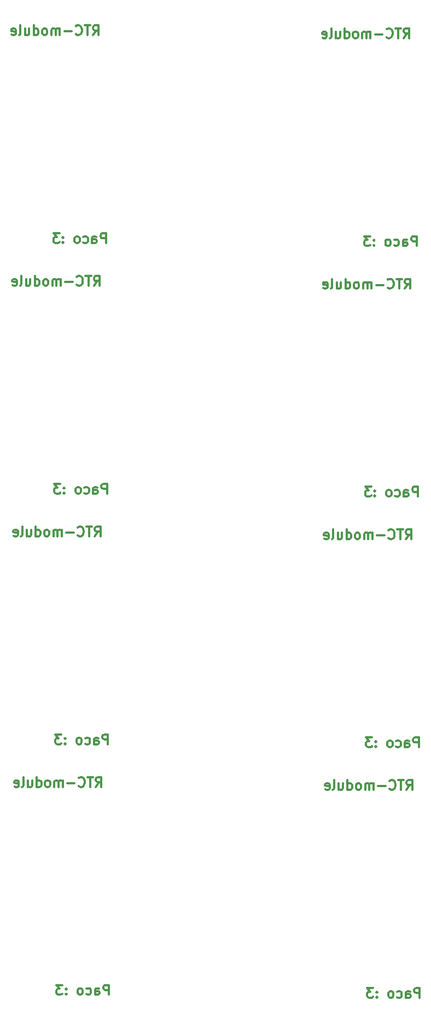
<source format=gbr>
%TF.GenerationSoftware,KiCad,Pcbnew,8.0.5*%
%TF.CreationDate,2024-12-11T00:22:58+01:00*%
%TF.ProjectId,rtc-module-kicad,7274632d-6d6f-4647-956c-652d6b696361,rev?*%
%TF.SameCoordinates,Original*%
%TF.FileFunction,Legend,Bot*%
%TF.FilePolarity,Positive*%
%FSLAX46Y46*%
G04 Gerber Fmt 4.6, Leading zero omitted, Abs format (unit mm)*
G04 Created by KiCad (PCBNEW 8.0.5) date 2024-12-11 00:22:58*
%MOMM*%
%LPD*%
G01*
G04 APERTURE LIST*
%ADD10C,0.300000*%
G04 APERTURE END LIST*
D10*
X148753146Y-32820828D02*
X149253146Y-32106542D01*
X149610289Y-32820828D02*
X149610289Y-31320828D01*
X149610289Y-31320828D02*
X149038860Y-31320828D01*
X149038860Y-31320828D02*
X148896003Y-31392257D01*
X148896003Y-31392257D02*
X148824574Y-31463685D01*
X148824574Y-31463685D02*
X148753146Y-31606542D01*
X148753146Y-31606542D02*
X148753146Y-31820828D01*
X148753146Y-31820828D02*
X148824574Y-31963685D01*
X148824574Y-31963685D02*
X148896003Y-32035114D01*
X148896003Y-32035114D02*
X149038860Y-32106542D01*
X149038860Y-32106542D02*
X149610289Y-32106542D01*
X148324574Y-31320828D02*
X147467432Y-31320828D01*
X147896003Y-32820828D02*
X147896003Y-31320828D01*
X146110289Y-32677971D02*
X146181717Y-32749400D01*
X146181717Y-32749400D02*
X146396003Y-32820828D01*
X146396003Y-32820828D02*
X146538860Y-32820828D01*
X146538860Y-32820828D02*
X146753146Y-32749400D01*
X146753146Y-32749400D02*
X146896003Y-32606542D01*
X146896003Y-32606542D02*
X146967432Y-32463685D01*
X146967432Y-32463685D02*
X147038860Y-32177971D01*
X147038860Y-32177971D02*
X147038860Y-31963685D01*
X147038860Y-31963685D02*
X146967432Y-31677971D01*
X146967432Y-31677971D02*
X146896003Y-31535114D01*
X146896003Y-31535114D02*
X146753146Y-31392257D01*
X146753146Y-31392257D02*
X146538860Y-31320828D01*
X146538860Y-31320828D02*
X146396003Y-31320828D01*
X146396003Y-31320828D02*
X146181717Y-31392257D01*
X146181717Y-31392257D02*
X146110289Y-31463685D01*
X145467432Y-32249400D02*
X144324575Y-32249400D01*
X143610289Y-32820828D02*
X143610289Y-31820828D01*
X143610289Y-31963685D02*
X143538860Y-31892257D01*
X143538860Y-31892257D02*
X143396003Y-31820828D01*
X143396003Y-31820828D02*
X143181717Y-31820828D01*
X143181717Y-31820828D02*
X143038860Y-31892257D01*
X143038860Y-31892257D02*
X142967432Y-32035114D01*
X142967432Y-32035114D02*
X142967432Y-32820828D01*
X142967432Y-32035114D02*
X142896003Y-31892257D01*
X142896003Y-31892257D02*
X142753146Y-31820828D01*
X142753146Y-31820828D02*
X142538860Y-31820828D01*
X142538860Y-31820828D02*
X142396003Y-31892257D01*
X142396003Y-31892257D02*
X142324574Y-32035114D01*
X142324574Y-32035114D02*
X142324574Y-32820828D01*
X141396003Y-32820828D02*
X141538860Y-32749400D01*
X141538860Y-32749400D02*
X141610289Y-32677971D01*
X141610289Y-32677971D02*
X141681717Y-32535114D01*
X141681717Y-32535114D02*
X141681717Y-32106542D01*
X141681717Y-32106542D02*
X141610289Y-31963685D01*
X141610289Y-31963685D02*
X141538860Y-31892257D01*
X141538860Y-31892257D02*
X141396003Y-31820828D01*
X141396003Y-31820828D02*
X141181717Y-31820828D01*
X141181717Y-31820828D02*
X141038860Y-31892257D01*
X141038860Y-31892257D02*
X140967432Y-31963685D01*
X140967432Y-31963685D02*
X140896003Y-32106542D01*
X140896003Y-32106542D02*
X140896003Y-32535114D01*
X140896003Y-32535114D02*
X140967432Y-32677971D01*
X140967432Y-32677971D02*
X141038860Y-32749400D01*
X141038860Y-32749400D02*
X141181717Y-32820828D01*
X141181717Y-32820828D02*
X141396003Y-32820828D01*
X139610289Y-32820828D02*
X139610289Y-31320828D01*
X139610289Y-32749400D02*
X139753146Y-32820828D01*
X139753146Y-32820828D02*
X140038860Y-32820828D01*
X140038860Y-32820828D02*
X140181717Y-32749400D01*
X140181717Y-32749400D02*
X140253146Y-32677971D01*
X140253146Y-32677971D02*
X140324574Y-32535114D01*
X140324574Y-32535114D02*
X140324574Y-32106542D01*
X140324574Y-32106542D02*
X140253146Y-31963685D01*
X140253146Y-31963685D02*
X140181717Y-31892257D01*
X140181717Y-31892257D02*
X140038860Y-31820828D01*
X140038860Y-31820828D02*
X139753146Y-31820828D01*
X139753146Y-31820828D02*
X139610289Y-31892257D01*
X138253146Y-31820828D02*
X138253146Y-32820828D01*
X138896003Y-31820828D02*
X138896003Y-32606542D01*
X138896003Y-32606542D02*
X138824574Y-32749400D01*
X138824574Y-32749400D02*
X138681717Y-32820828D01*
X138681717Y-32820828D02*
X138467431Y-32820828D01*
X138467431Y-32820828D02*
X138324574Y-32749400D01*
X138324574Y-32749400D02*
X138253146Y-32677971D01*
X137324574Y-32820828D02*
X137467431Y-32749400D01*
X137467431Y-32749400D02*
X137538860Y-32606542D01*
X137538860Y-32606542D02*
X137538860Y-31320828D01*
X136181717Y-32749400D02*
X136324574Y-32820828D01*
X136324574Y-32820828D02*
X136610289Y-32820828D01*
X136610289Y-32820828D02*
X136753146Y-32749400D01*
X136753146Y-32749400D02*
X136824574Y-32606542D01*
X136824574Y-32606542D02*
X136824574Y-32035114D01*
X136824574Y-32035114D02*
X136753146Y-31892257D01*
X136753146Y-31892257D02*
X136610289Y-31820828D01*
X136610289Y-31820828D02*
X136324574Y-31820828D01*
X136324574Y-31820828D02*
X136181717Y-31892257D01*
X136181717Y-31892257D02*
X136110289Y-32035114D01*
X136110289Y-32035114D02*
X136110289Y-32177971D01*
X136110289Y-32177971D02*
X136824574Y-32320828D01*
X102671089Y-64520028D02*
X102671089Y-63020028D01*
X102671089Y-63020028D02*
X102099660Y-63020028D01*
X102099660Y-63020028D02*
X101956803Y-63091457D01*
X101956803Y-63091457D02*
X101885374Y-63162885D01*
X101885374Y-63162885D02*
X101813946Y-63305742D01*
X101813946Y-63305742D02*
X101813946Y-63520028D01*
X101813946Y-63520028D02*
X101885374Y-63662885D01*
X101885374Y-63662885D02*
X101956803Y-63734314D01*
X101956803Y-63734314D02*
X102099660Y-63805742D01*
X102099660Y-63805742D02*
X102671089Y-63805742D01*
X100528232Y-64520028D02*
X100528232Y-63734314D01*
X100528232Y-63734314D02*
X100599660Y-63591457D01*
X100599660Y-63591457D02*
X100742517Y-63520028D01*
X100742517Y-63520028D02*
X101028232Y-63520028D01*
X101028232Y-63520028D02*
X101171089Y-63591457D01*
X100528232Y-64448600D02*
X100671089Y-64520028D01*
X100671089Y-64520028D02*
X101028232Y-64520028D01*
X101028232Y-64520028D02*
X101171089Y-64448600D01*
X101171089Y-64448600D02*
X101242517Y-64305742D01*
X101242517Y-64305742D02*
X101242517Y-64162885D01*
X101242517Y-64162885D02*
X101171089Y-64020028D01*
X101171089Y-64020028D02*
X101028232Y-63948600D01*
X101028232Y-63948600D02*
X100671089Y-63948600D01*
X100671089Y-63948600D02*
X100528232Y-63877171D01*
X99171089Y-64448600D02*
X99313946Y-64520028D01*
X99313946Y-64520028D02*
X99599660Y-64520028D01*
X99599660Y-64520028D02*
X99742517Y-64448600D01*
X99742517Y-64448600D02*
X99813946Y-64377171D01*
X99813946Y-64377171D02*
X99885374Y-64234314D01*
X99885374Y-64234314D02*
X99885374Y-63805742D01*
X99885374Y-63805742D02*
X99813946Y-63662885D01*
X99813946Y-63662885D02*
X99742517Y-63591457D01*
X99742517Y-63591457D02*
X99599660Y-63520028D01*
X99599660Y-63520028D02*
X99313946Y-63520028D01*
X99313946Y-63520028D02*
X99171089Y-63591457D01*
X98313946Y-64520028D02*
X98456803Y-64448600D01*
X98456803Y-64448600D02*
X98528232Y-64377171D01*
X98528232Y-64377171D02*
X98599660Y-64234314D01*
X98599660Y-64234314D02*
X98599660Y-63805742D01*
X98599660Y-63805742D02*
X98528232Y-63662885D01*
X98528232Y-63662885D02*
X98456803Y-63591457D01*
X98456803Y-63591457D02*
X98313946Y-63520028D01*
X98313946Y-63520028D02*
X98099660Y-63520028D01*
X98099660Y-63520028D02*
X97956803Y-63591457D01*
X97956803Y-63591457D02*
X97885375Y-63662885D01*
X97885375Y-63662885D02*
X97813946Y-63805742D01*
X97813946Y-63805742D02*
X97813946Y-64234314D01*
X97813946Y-64234314D02*
X97885375Y-64377171D01*
X97885375Y-64377171D02*
X97956803Y-64448600D01*
X97956803Y-64448600D02*
X98099660Y-64520028D01*
X98099660Y-64520028D02*
X98313946Y-64520028D01*
X96028232Y-64377171D02*
X95956803Y-64448600D01*
X95956803Y-64448600D02*
X96028232Y-64520028D01*
X96028232Y-64520028D02*
X96099660Y-64448600D01*
X96099660Y-64448600D02*
X96028232Y-64377171D01*
X96028232Y-64377171D02*
X96028232Y-64520028D01*
X96028232Y-63591457D02*
X95956803Y-63662885D01*
X95956803Y-63662885D02*
X96028232Y-63734314D01*
X96028232Y-63734314D02*
X96099660Y-63662885D01*
X96099660Y-63662885D02*
X96028232Y-63591457D01*
X96028232Y-63591457D02*
X96028232Y-63734314D01*
X95456803Y-63020028D02*
X94528231Y-63020028D01*
X94528231Y-63020028D02*
X95028231Y-63591457D01*
X95028231Y-63591457D02*
X94813946Y-63591457D01*
X94813946Y-63591457D02*
X94671089Y-63662885D01*
X94671089Y-63662885D02*
X94599660Y-63734314D01*
X94599660Y-63734314D02*
X94528231Y-63877171D01*
X94528231Y-63877171D02*
X94528231Y-64234314D01*
X94528231Y-64234314D02*
X94599660Y-64377171D01*
X94599660Y-64377171D02*
X94671089Y-64448600D01*
X94671089Y-64448600D02*
X94813946Y-64520028D01*
X94813946Y-64520028D02*
X95242517Y-64520028D01*
X95242517Y-64520028D02*
X95385374Y-64448600D01*
X95385374Y-64448600D02*
X95456803Y-64377171D01*
X148905546Y-71581228D02*
X149405546Y-70866942D01*
X149762689Y-71581228D02*
X149762689Y-70081228D01*
X149762689Y-70081228D02*
X149191260Y-70081228D01*
X149191260Y-70081228D02*
X149048403Y-70152657D01*
X149048403Y-70152657D02*
X148976974Y-70224085D01*
X148976974Y-70224085D02*
X148905546Y-70366942D01*
X148905546Y-70366942D02*
X148905546Y-70581228D01*
X148905546Y-70581228D02*
X148976974Y-70724085D01*
X148976974Y-70724085D02*
X149048403Y-70795514D01*
X149048403Y-70795514D02*
X149191260Y-70866942D01*
X149191260Y-70866942D02*
X149762689Y-70866942D01*
X148476974Y-70081228D02*
X147619832Y-70081228D01*
X148048403Y-71581228D02*
X148048403Y-70081228D01*
X146262689Y-71438371D02*
X146334117Y-71509800D01*
X146334117Y-71509800D02*
X146548403Y-71581228D01*
X146548403Y-71581228D02*
X146691260Y-71581228D01*
X146691260Y-71581228D02*
X146905546Y-71509800D01*
X146905546Y-71509800D02*
X147048403Y-71366942D01*
X147048403Y-71366942D02*
X147119832Y-71224085D01*
X147119832Y-71224085D02*
X147191260Y-70938371D01*
X147191260Y-70938371D02*
X147191260Y-70724085D01*
X147191260Y-70724085D02*
X147119832Y-70438371D01*
X147119832Y-70438371D02*
X147048403Y-70295514D01*
X147048403Y-70295514D02*
X146905546Y-70152657D01*
X146905546Y-70152657D02*
X146691260Y-70081228D01*
X146691260Y-70081228D02*
X146548403Y-70081228D01*
X146548403Y-70081228D02*
X146334117Y-70152657D01*
X146334117Y-70152657D02*
X146262689Y-70224085D01*
X145619832Y-71009800D02*
X144476975Y-71009800D01*
X143762689Y-71581228D02*
X143762689Y-70581228D01*
X143762689Y-70724085D02*
X143691260Y-70652657D01*
X143691260Y-70652657D02*
X143548403Y-70581228D01*
X143548403Y-70581228D02*
X143334117Y-70581228D01*
X143334117Y-70581228D02*
X143191260Y-70652657D01*
X143191260Y-70652657D02*
X143119832Y-70795514D01*
X143119832Y-70795514D02*
X143119832Y-71581228D01*
X143119832Y-70795514D02*
X143048403Y-70652657D01*
X143048403Y-70652657D02*
X142905546Y-70581228D01*
X142905546Y-70581228D02*
X142691260Y-70581228D01*
X142691260Y-70581228D02*
X142548403Y-70652657D01*
X142548403Y-70652657D02*
X142476974Y-70795514D01*
X142476974Y-70795514D02*
X142476974Y-71581228D01*
X141548403Y-71581228D02*
X141691260Y-71509800D01*
X141691260Y-71509800D02*
X141762689Y-71438371D01*
X141762689Y-71438371D02*
X141834117Y-71295514D01*
X141834117Y-71295514D02*
X141834117Y-70866942D01*
X141834117Y-70866942D02*
X141762689Y-70724085D01*
X141762689Y-70724085D02*
X141691260Y-70652657D01*
X141691260Y-70652657D02*
X141548403Y-70581228D01*
X141548403Y-70581228D02*
X141334117Y-70581228D01*
X141334117Y-70581228D02*
X141191260Y-70652657D01*
X141191260Y-70652657D02*
X141119832Y-70724085D01*
X141119832Y-70724085D02*
X141048403Y-70866942D01*
X141048403Y-70866942D02*
X141048403Y-71295514D01*
X141048403Y-71295514D02*
X141119832Y-71438371D01*
X141119832Y-71438371D02*
X141191260Y-71509800D01*
X141191260Y-71509800D02*
X141334117Y-71581228D01*
X141334117Y-71581228D02*
X141548403Y-71581228D01*
X139762689Y-71581228D02*
X139762689Y-70081228D01*
X139762689Y-71509800D02*
X139905546Y-71581228D01*
X139905546Y-71581228D02*
X140191260Y-71581228D01*
X140191260Y-71581228D02*
X140334117Y-71509800D01*
X140334117Y-71509800D02*
X140405546Y-71438371D01*
X140405546Y-71438371D02*
X140476974Y-71295514D01*
X140476974Y-71295514D02*
X140476974Y-70866942D01*
X140476974Y-70866942D02*
X140405546Y-70724085D01*
X140405546Y-70724085D02*
X140334117Y-70652657D01*
X140334117Y-70652657D02*
X140191260Y-70581228D01*
X140191260Y-70581228D02*
X139905546Y-70581228D01*
X139905546Y-70581228D02*
X139762689Y-70652657D01*
X138405546Y-70581228D02*
X138405546Y-71581228D01*
X139048403Y-70581228D02*
X139048403Y-71366942D01*
X139048403Y-71366942D02*
X138976974Y-71509800D01*
X138976974Y-71509800D02*
X138834117Y-71581228D01*
X138834117Y-71581228D02*
X138619831Y-71581228D01*
X138619831Y-71581228D02*
X138476974Y-71509800D01*
X138476974Y-71509800D02*
X138405546Y-71438371D01*
X137476974Y-71581228D02*
X137619831Y-71509800D01*
X137619831Y-71509800D02*
X137691260Y-71366942D01*
X137691260Y-71366942D02*
X137691260Y-70081228D01*
X136334117Y-71509800D02*
X136476974Y-71581228D01*
X136476974Y-71581228D02*
X136762689Y-71581228D01*
X136762689Y-71581228D02*
X136905546Y-71509800D01*
X136905546Y-71509800D02*
X136976974Y-71366942D01*
X136976974Y-71366942D02*
X136976974Y-70795514D01*
X136976974Y-70795514D02*
X136905546Y-70652657D01*
X136905546Y-70652657D02*
X136762689Y-70581228D01*
X136762689Y-70581228D02*
X136476974Y-70581228D01*
X136476974Y-70581228D02*
X136334117Y-70652657D01*
X136334117Y-70652657D02*
X136262689Y-70795514D01*
X136262689Y-70795514D02*
X136262689Y-70938371D01*
X136262689Y-70938371D02*
X136976974Y-71081228D01*
X150931089Y-103737628D02*
X150931089Y-102237628D01*
X150931089Y-102237628D02*
X150359660Y-102237628D01*
X150359660Y-102237628D02*
X150216803Y-102309057D01*
X150216803Y-102309057D02*
X150145374Y-102380485D01*
X150145374Y-102380485D02*
X150073946Y-102523342D01*
X150073946Y-102523342D02*
X150073946Y-102737628D01*
X150073946Y-102737628D02*
X150145374Y-102880485D01*
X150145374Y-102880485D02*
X150216803Y-102951914D01*
X150216803Y-102951914D02*
X150359660Y-103023342D01*
X150359660Y-103023342D02*
X150931089Y-103023342D01*
X148788232Y-103737628D02*
X148788232Y-102951914D01*
X148788232Y-102951914D02*
X148859660Y-102809057D01*
X148859660Y-102809057D02*
X149002517Y-102737628D01*
X149002517Y-102737628D02*
X149288232Y-102737628D01*
X149288232Y-102737628D02*
X149431089Y-102809057D01*
X148788232Y-103666200D02*
X148931089Y-103737628D01*
X148931089Y-103737628D02*
X149288232Y-103737628D01*
X149288232Y-103737628D02*
X149431089Y-103666200D01*
X149431089Y-103666200D02*
X149502517Y-103523342D01*
X149502517Y-103523342D02*
X149502517Y-103380485D01*
X149502517Y-103380485D02*
X149431089Y-103237628D01*
X149431089Y-103237628D02*
X149288232Y-103166200D01*
X149288232Y-103166200D02*
X148931089Y-103166200D01*
X148931089Y-103166200D02*
X148788232Y-103094771D01*
X147431089Y-103666200D02*
X147573946Y-103737628D01*
X147573946Y-103737628D02*
X147859660Y-103737628D01*
X147859660Y-103737628D02*
X148002517Y-103666200D01*
X148002517Y-103666200D02*
X148073946Y-103594771D01*
X148073946Y-103594771D02*
X148145374Y-103451914D01*
X148145374Y-103451914D02*
X148145374Y-103023342D01*
X148145374Y-103023342D02*
X148073946Y-102880485D01*
X148073946Y-102880485D02*
X148002517Y-102809057D01*
X148002517Y-102809057D02*
X147859660Y-102737628D01*
X147859660Y-102737628D02*
X147573946Y-102737628D01*
X147573946Y-102737628D02*
X147431089Y-102809057D01*
X146573946Y-103737628D02*
X146716803Y-103666200D01*
X146716803Y-103666200D02*
X146788232Y-103594771D01*
X146788232Y-103594771D02*
X146859660Y-103451914D01*
X146859660Y-103451914D02*
X146859660Y-103023342D01*
X146859660Y-103023342D02*
X146788232Y-102880485D01*
X146788232Y-102880485D02*
X146716803Y-102809057D01*
X146716803Y-102809057D02*
X146573946Y-102737628D01*
X146573946Y-102737628D02*
X146359660Y-102737628D01*
X146359660Y-102737628D02*
X146216803Y-102809057D01*
X146216803Y-102809057D02*
X146145375Y-102880485D01*
X146145375Y-102880485D02*
X146073946Y-103023342D01*
X146073946Y-103023342D02*
X146073946Y-103451914D01*
X146073946Y-103451914D02*
X146145375Y-103594771D01*
X146145375Y-103594771D02*
X146216803Y-103666200D01*
X146216803Y-103666200D02*
X146359660Y-103737628D01*
X146359660Y-103737628D02*
X146573946Y-103737628D01*
X144288232Y-103594771D02*
X144216803Y-103666200D01*
X144216803Y-103666200D02*
X144288232Y-103737628D01*
X144288232Y-103737628D02*
X144359660Y-103666200D01*
X144359660Y-103666200D02*
X144288232Y-103594771D01*
X144288232Y-103594771D02*
X144288232Y-103737628D01*
X144288232Y-102809057D02*
X144216803Y-102880485D01*
X144216803Y-102880485D02*
X144288232Y-102951914D01*
X144288232Y-102951914D02*
X144359660Y-102880485D01*
X144359660Y-102880485D02*
X144288232Y-102809057D01*
X144288232Y-102809057D02*
X144288232Y-102951914D01*
X143716803Y-102237628D02*
X142788231Y-102237628D01*
X142788231Y-102237628D02*
X143288231Y-102809057D01*
X143288231Y-102809057D02*
X143073946Y-102809057D01*
X143073946Y-102809057D02*
X142931089Y-102880485D01*
X142931089Y-102880485D02*
X142859660Y-102951914D01*
X142859660Y-102951914D02*
X142788231Y-103094771D01*
X142788231Y-103094771D02*
X142788231Y-103451914D01*
X142788231Y-103451914D02*
X142859660Y-103594771D01*
X142859660Y-103594771D02*
X142931089Y-103666200D01*
X142931089Y-103666200D02*
X143073946Y-103737628D01*
X143073946Y-103737628D02*
X143502517Y-103737628D01*
X143502517Y-103737628D02*
X143645374Y-103666200D01*
X143645374Y-103666200D02*
X143716803Y-103594771D01*
X100645546Y-32363628D02*
X101145546Y-31649342D01*
X101502689Y-32363628D02*
X101502689Y-30863628D01*
X101502689Y-30863628D02*
X100931260Y-30863628D01*
X100931260Y-30863628D02*
X100788403Y-30935057D01*
X100788403Y-30935057D02*
X100716974Y-31006485D01*
X100716974Y-31006485D02*
X100645546Y-31149342D01*
X100645546Y-31149342D02*
X100645546Y-31363628D01*
X100645546Y-31363628D02*
X100716974Y-31506485D01*
X100716974Y-31506485D02*
X100788403Y-31577914D01*
X100788403Y-31577914D02*
X100931260Y-31649342D01*
X100931260Y-31649342D02*
X101502689Y-31649342D01*
X100216974Y-30863628D02*
X99359832Y-30863628D01*
X99788403Y-32363628D02*
X99788403Y-30863628D01*
X98002689Y-32220771D02*
X98074117Y-32292200D01*
X98074117Y-32292200D02*
X98288403Y-32363628D01*
X98288403Y-32363628D02*
X98431260Y-32363628D01*
X98431260Y-32363628D02*
X98645546Y-32292200D01*
X98645546Y-32292200D02*
X98788403Y-32149342D01*
X98788403Y-32149342D02*
X98859832Y-32006485D01*
X98859832Y-32006485D02*
X98931260Y-31720771D01*
X98931260Y-31720771D02*
X98931260Y-31506485D01*
X98931260Y-31506485D02*
X98859832Y-31220771D01*
X98859832Y-31220771D02*
X98788403Y-31077914D01*
X98788403Y-31077914D02*
X98645546Y-30935057D01*
X98645546Y-30935057D02*
X98431260Y-30863628D01*
X98431260Y-30863628D02*
X98288403Y-30863628D01*
X98288403Y-30863628D02*
X98074117Y-30935057D01*
X98074117Y-30935057D02*
X98002689Y-31006485D01*
X97359832Y-31792200D02*
X96216975Y-31792200D01*
X95502689Y-32363628D02*
X95502689Y-31363628D01*
X95502689Y-31506485D02*
X95431260Y-31435057D01*
X95431260Y-31435057D02*
X95288403Y-31363628D01*
X95288403Y-31363628D02*
X95074117Y-31363628D01*
X95074117Y-31363628D02*
X94931260Y-31435057D01*
X94931260Y-31435057D02*
X94859832Y-31577914D01*
X94859832Y-31577914D02*
X94859832Y-32363628D01*
X94859832Y-31577914D02*
X94788403Y-31435057D01*
X94788403Y-31435057D02*
X94645546Y-31363628D01*
X94645546Y-31363628D02*
X94431260Y-31363628D01*
X94431260Y-31363628D02*
X94288403Y-31435057D01*
X94288403Y-31435057D02*
X94216974Y-31577914D01*
X94216974Y-31577914D02*
X94216974Y-32363628D01*
X93288403Y-32363628D02*
X93431260Y-32292200D01*
X93431260Y-32292200D02*
X93502689Y-32220771D01*
X93502689Y-32220771D02*
X93574117Y-32077914D01*
X93574117Y-32077914D02*
X93574117Y-31649342D01*
X93574117Y-31649342D02*
X93502689Y-31506485D01*
X93502689Y-31506485D02*
X93431260Y-31435057D01*
X93431260Y-31435057D02*
X93288403Y-31363628D01*
X93288403Y-31363628D02*
X93074117Y-31363628D01*
X93074117Y-31363628D02*
X92931260Y-31435057D01*
X92931260Y-31435057D02*
X92859832Y-31506485D01*
X92859832Y-31506485D02*
X92788403Y-31649342D01*
X92788403Y-31649342D02*
X92788403Y-32077914D01*
X92788403Y-32077914D02*
X92859832Y-32220771D01*
X92859832Y-32220771D02*
X92931260Y-32292200D01*
X92931260Y-32292200D02*
X93074117Y-32363628D01*
X93074117Y-32363628D02*
X93288403Y-32363628D01*
X91502689Y-32363628D02*
X91502689Y-30863628D01*
X91502689Y-32292200D02*
X91645546Y-32363628D01*
X91645546Y-32363628D02*
X91931260Y-32363628D01*
X91931260Y-32363628D02*
X92074117Y-32292200D01*
X92074117Y-32292200D02*
X92145546Y-32220771D01*
X92145546Y-32220771D02*
X92216974Y-32077914D01*
X92216974Y-32077914D02*
X92216974Y-31649342D01*
X92216974Y-31649342D02*
X92145546Y-31506485D01*
X92145546Y-31506485D02*
X92074117Y-31435057D01*
X92074117Y-31435057D02*
X91931260Y-31363628D01*
X91931260Y-31363628D02*
X91645546Y-31363628D01*
X91645546Y-31363628D02*
X91502689Y-31435057D01*
X90145546Y-31363628D02*
X90145546Y-32363628D01*
X90788403Y-31363628D02*
X90788403Y-32149342D01*
X90788403Y-32149342D02*
X90716974Y-32292200D01*
X90716974Y-32292200D02*
X90574117Y-32363628D01*
X90574117Y-32363628D02*
X90359831Y-32363628D01*
X90359831Y-32363628D02*
X90216974Y-32292200D01*
X90216974Y-32292200D02*
X90145546Y-32220771D01*
X89216974Y-32363628D02*
X89359831Y-32292200D01*
X89359831Y-32292200D02*
X89431260Y-32149342D01*
X89431260Y-32149342D02*
X89431260Y-30863628D01*
X88074117Y-32292200D02*
X88216974Y-32363628D01*
X88216974Y-32363628D02*
X88502689Y-32363628D01*
X88502689Y-32363628D02*
X88645546Y-32292200D01*
X88645546Y-32292200D02*
X88716974Y-32149342D01*
X88716974Y-32149342D02*
X88716974Y-31577914D01*
X88716974Y-31577914D02*
X88645546Y-31435057D01*
X88645546Y-31435057D02*
X88502689Y-31363628D01*
X88502689Y-31363628D02*
X88216974Y-31363628D01*
X88216974Y-31363628D02*
X88074117Y-31435057D01*
X88074117Y-31435057D02*
X88002689Y-31577914D01*
X88002689Y-31577914D02*
X88002689Y-31720771D01*
X88002689Y-31720771D02*
X88716974Y-31863628D01*
X150778689Y-64977228D02*
X150778689Y-63477228D01*
X150778689Y-63477228D02*
X150207260Y-63477228D01*
X150207260Y-63477228D02*
X150064403Y-63548657D01*
X150064403Y-63548657D02*
X149992974Y-63620085D01*
X149992974Y-63620085D02*
X149921546Y-63762942D01*
X149921546Y-63762942D02*
X149921546Y-63977228D01*
X149921546Y-63977228D02*
X149992974Y-64120085D01*
X149992974Y-64120085D02*
X150064403Y-64191514D01*
X150064403Y-64191514D02*
X150207260Y-64262942D01*
X150207260Y-64262942D02*
X150778689Y-64262942D01*
X148635832Y-64977228D02*
X148635832Y-64191514D01*
X148635832Y-64191514D02*
X148707260Y-64048657D01*
X148707260Y-64048657D02*
X148850117Y-63977228D01*
X148850117Y-63977228D02*
X149135832Y-63977228D01*
X149135832Y-63977228D02*
X149278689Y-64048657D01*
X148635832Y-64905800D02*
X148778689Y-64977228D01*
X148778689Y-64977228D02*
X149135832Y-64977228D01*
X149135832Y-64977228D02*
X149278689Y-64905800D01*
X149278689Y-64905800D02*
X149350117Y-64762942D01*
X149350117Y-64762942D02*
X149350117Y-64620085D01*
X149350117Y-64620085D02*
X149278689Y-64477228D01*
X149278689Y-64477228D02*
X149135832Y-64405800D01*
X149135832Y-64405800D02*
X148778689Y-64405800D01*
X148778689Y-64405800D02*
X148635832Y-64334371D01*
X147278689Y-64905800D02*
X147421546Y-64977228D01*
X147421546Y-64977228D02*
X147707260Y-64977228D01*
X147707260Y-64977228D02*
X147850117Y-64905800D01*
X147850117Y-64905800D02*
X147921546Y-64834371D01*
X147921546Y-64834371D02*
X147992974Y-64691514D01*
X147992974Y-64691514D02*
X147992974Y-64262942D01*
X147992974Y-64262942D02*
X147921546Y-64120085D01*
X147921546Y-64120085D02*
X147850117Y-64048657D01*
X147850117Y-64048657D02*
X147707260Y-63977228D01*
X147707260Y-63977228D02*
X147421546Y-63977228D01*
X147421546Y-63977228D02*
X147278689Y-64048657D01*
X146421546Y-64977228D02*
X146564403Y-64905800D01*
X146564403Y-64905800D02*
X146635832Y-64834371D01*
X146635832Y-64834371D02*
X146707260Y-64691514D01*
X146707260Y-64691514D02*
X146707260Y-64262942D01*
X146707260Y-64262942D02*
X146635832Y-64120085D01*
X146635832Y-64120085D02*
X146564403Y-64048657D01*
X146564403Y-64048657D02*
X146421546Y-63977228D01*
X146421546Y-63977228D02*
X146207260Y-63977228D01*
X146207260Y-63977228D02*
X146064403Y-64048657D01*
X146064403Y-64048657D02*
X145992975Y-64120085D01*
X145992975Y-64120085D02*
X145921546Y-64262942D01*
X145921546Y-64262942D02*
X145921546Y-64691514D01*
X145921546Y-64691514D02*
X145992975Y-64834371D01*
X145992975Y-64834371D02*
X146064403Y-64905800D01*
X146064403Y-64905800D02*
X146207260Y-64977228D01*
X146207260Y-64977228D02*
X146421546Y-64977228D01*
X144135832Y-64834371D02*
X144064403Y-64905800D01*
X144064403Y-64905800D02*
X144135832Y-64977228D01*
X144135832Y-64977228D02*
X144207260Y-64905800D01*
X144207260Y-64905800D02*
X144135832Y-64834371D01*
X144135832Y-64834371D02*
X144135832Y-64977228D01*
X144135832Y-64048657D02*
X144064403Y-64120085D01*
X144064403Y-64120085D02*
X144135832Y-64191514D01*
X144135832Y-64191514D02*
X144207260Y-64120085D01*
X144207260Y-64120085D02*
X144135832Y-64048657D01*
X144135832Y-64048657D02*
X144135832Y-64191514D01*
X143564403Y-63477228D02*
X142635831Y-63477228D01*
X142635831Y-63477228D02*
X143135831Y-64048657D01*
X143135831Y-64048657D02*
X142921546Y-64048657D01*
X142921546Y-64048657D02*
X142778689Y-64120085D01*
X142778689Y-64120085D02*
X142707260Y-64191514D01*
X142707260Y-64191514D02*
X142635831Y-64334371D01*
X142635831Y-64334371D02*
X142635831Y-64691514D01*
X142635831Y-64691514D02*
X142707260Y-64834371D01*
X142707260Y-64834371D02*
X142778689Y-64905800D01*
X142778689Y-64905800D02*
X142921546Y-64977228D01*
X142921546Y-64977228D02*
X143350117Y-64977228D01*
X143350117Y-64977228D02*
X143492974Y-64905800D01*
X143492974Y-64905800D02*
X143564403Y-64834371D01*
X100797946Y-71124028D02*
X101297946Y-70409742D01*
X101655089Y-71124028D02*
X101655089Y-69624028D01*
X101655089Y-69624028D02*
X101083660Y-69624028D01*
X101083660Y-69624028D02*
X100940803Y-69695457D01*
X100940803Y-69695457D02*
X100869374Y-69766885D01*
X100869374Y-69766885D02*
X100797946Y-69909742D01*
X100797946Y-69909742D02*
X100797946Y-70124028D01*
X100797946Y-70124028D02*
X100869374Y-70266885D01*
X100869374Y-70266885D02*
X100940803Y-70338314D01*
X100940803Y-70338314D02*
X101083660Y-70409742D01*
X101083660Y-70409742D02*
X101655089Y-70409742D01*
X100369374Y-69624028D02*
X99512232Y-69624028D01*
X99940803Y-71124028D02*
X99940803Y-69624028D01*
X98155089Y-70981171D02*
X98226517Y-71052600D01*
X98226517Y-71052600D02*
X98440803Y-71124028D01*
X98440803Y-71124028D02*
X98583660Y-71124028D01*
X98583660Y-71124028D02*
X98797946Y-71052600D01*
X98797946Y-71052600D02*
X98940803Y-70909742D01*
X98940803Y-70909742D02*
X99012232Y-70766885D01*
X99012232Y-70766885D02*
X99083660Y-70481171D01*
X99083660Y-70481171D02*
X99083660Y-70266885D01*
X99083660Y-70266885D02*
X99012232Y-69981171D01*
X99012232Y-69981171D02*
X98940803Y-69838314D01*
X98940803Y-69838314D02*
X98797946Y-69695457D01*
X98797946Y-69695457D02*
X98583660Y-69624028D01*
X98583660Y-69624028D02*
X98440803Y-69624028D01*
X98440803Y-69624028D02*
X98226517Y-69695457D01*
X98226517Y-69695457D02*
X98155089Y-69766885D01*
X97512232Y-70552600D02*
X96369375Y-70552600D01*
X95655089Y-71124028D02*
X95655089Y-70124028D01*
X95655089Y-70266885D02*
X95583660Y-70195457D01*
X95583660Y-70195457D02*
X95440803Y-70124028D01*
X95440803Y-70124028D02*
X95226517Y-70124028D01*
X95226517Y-70124028D02*
X95083660Y-70195457D01*
X95083660Y-70195457D02*
X95012232Y-70338314D01*
X95012232Y-70338314D02*
X95012232Y-71124028D01*
X95012232Y-70338314D02*
X94940803Y-70195457D01*
X94940803Y-70195457D02*
X94797946Y-70124028D01*
X94797946Y-70124028D02*
X94583660Y-70124028D01*
X94583660Y-70124028D02*
X94440803Y-70195457D01*
X94440803Y-70195457D02*
X94369374Y-70338314D01*
X94369374Y-70338314D02*
X94369374Y-71124028D01*
X93440803Y-71124028D02*
X93583660Y-71052600D01*
X93583660Y-71052600D02*
X93655089Y-70981171D01*
X93655089Y-70981171D02*
X93726517Y-70838314D01*
X93726517Y-70838314D02*
X93726517Y-70409742D01*
X93726517Y-70409742D02*
X93655089Y-70266885D01*
X93655089Y-70266885D02*
X93583660Y-70195457D01*
X93583660Y-70195457D02*
X93440803Y-70124028D01*
X93440803Y-70124028D02*
X93226517Y-70124028D01*
X93226517Y-70124028D02*
X93083660Y-70195457D01*
X93083660Y-70195457D02*
X93012232Y-70266885D01*
X93012232Y-70266885D02*
X92940803Y-70409742D01*
X92940803Y-70409742D02*
X92940803Y-70838314D01*
X92940803Y-70838314D02*
X93012232Y-70981171D01*
X93012232Y-70981171D02*
X93083660Y-71052600D01*
X93083660Y-71052600D02*
X93226517Y-71124028D01*
X93226517Y-71124028D02*
X93440803Y-71124028D01*
X91655089Y-71124028D02*
X91655089Y-69624028D01*
X91655089Y-71052600D02*
X91797946Y-71124028D01*
X91797946Y-71124028D02*
X92083660Y-71124028D01*
X92083660Y-71124028D02*
X92226517Y-71052600D01*
X92226517Y-71052600D02*
X92297946Y-70981171D01*
X92297946Y-70981171D02*
X92369374Y-70838314D01*
X92369374Y-70838314D02*
X92369374Y-70409742D01*
X92369374Y-70409742D02*
X92297946Y-70266885D01*
X92297946Y-70266885D02*
X92226517Y-70195457D01*
X92226517Y-70195457D02*
X92083660Y-70124028D01*
X92083660Y-70124028D02*
X91797946Y-70124028D01*
X91797946Y-70124028D02*
X91655089Y-70195457D01*
X90297946Y-70124028D02*
X90297946Y-71124028D01*
X90940803Y-70124028D02*
X90940803Y-70909742D01*
X90940803Y-70909742D02*
X90869374Y-71052600D01*
X90869374Y-71052600D02*
X90726517Y-71124028D01*
X90726517Y-71124028D02*
X90512231Y-71124028D01*
X90512231Y-71124028D02*
X90369374Y-71052600D01*
X90369374Y-71052600D02*
X90297946Y-70981171D01*
X89369374Y-71124028D02*
X89512231Y-71052600D01*
X89512231Y-71052600D02*
X89583660Y-70909742D01*
X89583660Y-70909742D02*
X89583660Y-69624028D01*
X88226517Y-71052600D02*
X88369374Y-71124028D01*
X88369374Y-71124028D02*
X88655089Y-71124028D01*
X88655089Y-71124028D02*
X88797946Y-71052600D01*
X88797946Y-71052600D02*
X88869374Y-70909742D01*
X88869374Y-70909742D02*
X88869374Y-70338314D01*
X88869374Y-70338314D02*
X88797946Y-70195457D01*
X88797946Y-70195457D02*
X88655089Y-70124028D01*
X88655089Y-70124028D02*
X88369374Y-70124028D01*
X88369374Y-70124028D02*
X88226517Y-70195457D01*
X88226517Y-70195457D02*
X88155089Y-70338314D01*
X88155089Y-70338314D02*
X88155089Y-70481171D01*
X88155089Y-70481171D02*
X88869374Y-70624028D01*
X102823489Y-103280428D02*
X102823489Y-101780428D01*
X102823489Y-101780428D02*
X102252060Y-101780428D01*
X102252060Y-101780428D02*
X102109203Y-101851857D01*
X102109203Y-101851857D02*
X102037774Y-101923285D01*
X102037774Y-101923285D02*
X101966346Y-102066142D01*
X101966346Y-102066142D02*
X101966346Y-102280428D01*
X101966346Y-102280428D02*
X102037774Y-102423285D01*
X102037774Y-102423285D02*
X102109203Y-102494714D01*
X102109203Y-102494714D02*
X102252060Y-102566142D01*
X102252060Y-102566142D02*
X102823489Y-102566142D01*
X100680632Y-103280428D02*
X100680632Y-102494714D01*
X100680632Y-102494714D02*
X100752060Y-102351857D01*
X100752060Y-102351857D02*
X100894917Y-102280428D01*
X100894917Y-102280428D02*
X101180632Y-102280428D01*
X101180632Y-102280428D02*
X101323489Y-102351857D01*
X100680632Y-103209000D02*
X100823489Y-103280428D01*
X100823489Y-103280428D02*
X101180632Y-103280428D01*
X101180632Y-103280428D02*
X101323489Y-103209000D01*
X101323489Y-103209000D02*
X101394917Y-103066142D01*
X101394917Y-103066142D02*
X101394917Y-102923285D01*
X101394917Y-102923285D02*
X101323489Y-102780428D01*
X101323489Y-102780428D02*
X101180632Y-102709000D01*
X101180632Y-102709000D02*
X100823489Y-102709000D01*
X100823489Y-102709000D02*
X100680632Y-102637571D01*
X99323489Y-103209000D02*
X99466346Y-103280428D01*
X99466346Y-103280428D02*
X99752060Y-103280428D01*
X99752060Y-103280428D02*
X99894917Y-103209000D01*
X99894917Y-103209000D02*
X99966346Y-103137571D01*
X99966346Y-103137571D02*
X100037774Y-102994714D01*
X100037774Y-102994714D02*
X100037774Y-102566142D01*
X100037774Y-102566142D02*
X99966346Y-102423285D01*
X99966346Y-102423285D02*
X99894917Y-102351857D01*
X99894917Y-102351857D02*
X99752060Y-102280428D01*
X99752060Y-102280428D02*
X99466346Y-102280428D01*
X99466346Y-102280428D02*
X99323489Y-102351857D01*
X98466346Y-103280428D02*
X98609203Y-103209000D01*
X98609203Y-103209000D02*
X98680632Y-103137571D01*
X98680632Y-103137571D02*
X98752060Y-102994714D01*
X98752060Y-102994714D02*
X98752060Y-102566142D01*
X98752060Y-102566142D02*
X98680632Y-102423285D01*
X98680632Y-102423285D02*
X98609203Y-102351857D01*
X98609203Y-102351857D02*
X98466346Y-102280428D01*
X98466346Y-102280428D02*
X98252060Y-102280428D01*
X98252060Y-102280428D02*
X98109203Y-102351857D01*
X98109203Y-102351857D02*
X98037775Y-102423285D01*
X98037775Y-102423285D02*
X97966346Y-102566142D01*
X97966346Y-102566142D02*
X97966346Y-102994714D01*
X97966346Y-102994714D02*
X98037775Y-103137571D01*
X98037775Y-103137571D02*
X98109203Y-103209000D01*
X98109203Y-103209000D02*
X98252060Y-103280428D01*
X98252060Y-103280428D02*
X98466346Y-103280428D01*
X96180632Y-103137571D02*
X96109203Y-103209000D01*
X96109203Y-103209000D02*
X96180632Y-103280428D01*
X96180632Y-103280428D02*
X96252060Y-103209000D01*
X96252060Y-103209000D02*
X96180632Y-103137571D01*
X96180632Y-103137571D02*
X96180632Y-103280428D01*
X96180632Y-102351857D02*
X96109203Y-102423285D01*
X96109203Y-102423285D02*
X96180632Y-102494714D01*
X96180632Y-102494714D02*
X96252060Y-102423285D01*
X96252060Y-102423285D02*
X96180632Y-102351857D01*
X96180632Y-102351857D02*
X96180632Y-102494714D01*
X95609203Y-101780428D02*
X94680631Y-101780428D01*
X94680631Y-101780428D02*
X95180631Y-102351857D01*
X95180631Y-102351857D02*
X94966346Y-102351857D01*
X94966346Y-102351857D02*
X94823489Y-102423285D01*
X94823489Y-102423285D02*
X94752060Y-102494714D01*
X94752060Y-102494714D02*
X94680631Y-102637571D01*
X94680631Y-102637571D02*
X94680631Y-102994714D01*
X94680631Y-102994714D02*
X94752060Y-103137571D01*
X94752060Y-103137571D02*
X94823489Y-103209000D01*
X94823489Y-103209000D02*
X94966346Y-103280428D01*
X94966346Y-103280428D02*
X95394917Y-103280428D01*
X95394917Y-103280428D02*
X95537774Y-103209000D01*
X95537774Y-103209000D02*
X95609203Y-103137571D01*
X149057946Y-110341628D02*
X149557946Y-109627342D01*
X149915089Y-110341628D02*
X149915089Y-108841628D01*
X149915089Y-108841628D02*
X149343660Y-108841628D01*
X149343660Y-108841628D02*
X149200803Y-108913057D01*
X149200803Y-108913057D02*
X149129374Y-108984485D01*
X149129374Y-108984485D02*
X149057946Y-109127342D01*
X149057946Y-109127342D02*
X149057946Y-109341628D01*
X149057946Y-109341628D02*
X149129374Y-109484485D01*
X149129374Y-109484485D02*
X149200803Y-109555914D01*
X149200803Y-109555914D02*
X149343660Y-109627342D01*
X149343660Y-109627342D02*
X149915089Y-109627342D01*
X148629374Y-108841628D02*
X147772232Y-108841628D01*
X148200803Y-110341628D02*
X148200803Y-108841628D01*
X146415089Y-110198771D02*
X146486517Y-110270200D01*
X146486517Y-110270200D02*
X146700803Y-110341628D01*
X146700803Y-110341628D02*
X146843660Y-110341628D01*
X146843660Y-110341628D02*
X147057946Y-110270200D01*
X147057946Y-110270200D02*
X147200803Y-110127342D01*
X147200803Y-110127342D02*
X147272232Y-109984485D01*
X147272232Y-109984485D02*
X147343660Y-109698771D01*
X147343660Y-109698771D02*
X147343660Y-109484485D01*
X147343660Y-109484485D02*
X147272232Y-109198771D01*
X147272232Y-109198771D02*
X147200803Y-109055914D01*
X147200803Y-109055914D02*
X147057946Y-108913057D01*
X147057946Y-108913057D02*
X146843660Y-108841628D01*
X146843660Y-108841628D02*
X146700803Y-108841628D01*
X146700803Y-108841628D02*
X146486517Y-108913057D01*
X146486517Y-108913057D02*
X146415089Y-108984485D01*
X145772232Y-109770200D02*
X144629375Y-109770200D01*
X143915089Y-110341628D02*
X143915089Y-109341628D01*
X143915089Y-109484485D02*
X143843660Y-109413057D01*
X143843660Y-109413057D02*
X143700803Y-109341628D01*
X143700803Y-109341628D02*
X143486517Y-109341628D01*
X143486517Y-109341628D02*
X143343660Y-109413057D01*
X143343660Y-109413057D02*
X143272232Y-109555914D01*
X143272232Y-109555914D02*
X143272232Y-110341628D01*
X143272232Y-109555914D02*
X143200803Y-109413057D01*
X143200803Y-109413057D02*
X143057946Y-109341628D01*
X143057946Y-109341628D02*
X142843660Y-109341628D01*
X142843660Y-109341628D02*
X142700803Y-109413057D01*
X142700803Y-109413057D02*
X142629374Y-109555914D01*
X142629374Y-109555914D02*
X142629374Y-110341628D01*
X141700803Y-110341628D02*
X141843660Y-110270200D01*
X141843660Y-110270200D02*
X141915089Y-110198771D01*
X141915089Y-110198771D02*
X141986517Y-110055914D01*
X141986517Y-110055914D02*
X141986517Y-109627342D01*
X141986517Y-109627342D02*
X141915089Y-109484485D01*
X141915089Y-109484485D02*
X141843660Y-109413057D01*
X141843660Y-109413057D02*
X141700803Y-109341628D01*
X141700803Y-109341628D02*
X141486517Y-109341628D01*
X141486517Y-109341628D02*
X141343660Y-109413057D01*
X141343660Y-109413057D02*
X141272232Y-109484485D01*
X141272232Y-109484485D02*
X141200803Y-109627342D01*
X141200803Y-109627342D02*
X141200803Y-110055914D01*
X141200803Y-110055914D02*
X141272232Y-110198771D01*
X141272232Y-110198771D02*
X141343660Y-110270200D01*
X141343660Y-110270200D02*
X141486517Y-110341628D01*
X141486517Y-110341628D02*
X141700803Y-110341628D01*
X139915089Y-110341628D02*
X139915089Y-108841628D01*
X139915089Y-110270200D02*
X140057946Y-110341628D01*
X140057946Y-110341628D02*
X140343660Y-110341628D01*
X140343660Y-110341628D02*
X140486517Y-110270200D01*
X140486517Y-110270200D02*
X140557946Y-110198771D01*
X140557946Y-110198771D02*
X140629374Y-110055914D01*
X140629374Y-110055914D02*
X140629374Y-109627342D01*
X140629374Y-109627342D02*
X140557946Y-109484485D01*
X140557946Y-109484485D02*
X140486517Y-109413057D01*
X140486517Y-109413057D02*
X140343660Y-109341628D01*
X140343660Y-109341628D02*
X140057946Y-109341628D01*
X140057946Y-109341628D02*
X139915089Y-109413057D01*
X138557946Y-109341628D02*
X138557946Y-110341628D01*
X139200803Y-109341628D02*
X139200803Y-110127342D01*
X139200803Y-110127342D02*
X139129374Y-110270200D01*
X139129374Y-110270200D02*
X138986517Y-110341628D01*
X138986517Y-110341628D02*
X138772231Y-110341628D01*
X138772231Y-110341628D02*
X138629374Y-110270200D01*
X138629374Y-110270200D02*
X138557946Y-110198771D01*
X137629374Y-110341628D02*
X137772231Y-110270200D01*
X137772231Y-110270200D02*
X137843660Y-110127342D01*
X137843660Y-110127342D02*
X137843660Y-108841628D01*
X136486517Y-110270200D02*
X136629374Y-110341628D01*
X136629374Y-110341628D02*
X136915089Y-110341628D01*
X136915089Y-110341628D02*
X137057946Y-110270200D01*
X137057946Y-110270200D02*
X137129374Y-110127342D01*
X137129374Y-110127342D02*
X137129374Y-109555914D01*
X137129374Y-109555914D02*
X137057946Y-109413057D01*
X137057946Y-109413057D02*
X136915089Y-109341628D01*
X136915089Y-109341628D02*
X136629374Y-109341628D01*
X136629374Y-109341628D02*
X136486517Y-109413057D01*
X136486517Y-109413057D02*
X136415089Y-109555914D01*
X136415089Y-109555914D02*
X136415089Y-109698771D01*
X136415089Y-109698771D02*
X137129374Y-109841628D01*
X151083489Y-142498028D02*
X151083489Y-140998028D01*
X151083489Y-140998028D02*
X150512060Y-140998028D01*
X150512060Y-140998028D02*
X150369203Y-141069457D01*
X150369203Y-141069457D02*
X150297774Y-141140885D01*
X150297774Y-141140885D02*
X150226346Y-141283742D01*
X150226346Y-141283742D02*
X150226346Y-141498028D01*
X150226346Y-141498028D02*
X150297774Y-141640885D01*
X150297774Y-141640885D02*
X150369203Y-141712314D01*
X150369203Y-141712314D02*
X150512060Y-141783742D01*
X150512060Y-141783742D02*
X151083489Y-141783742D01*
X148940632Y-142498028D02*
X148940632Y-141712314D01*
X148940632Y-141712314D02*
X149012060Y-141569457D01*
X149012060Y-141569457D02*
X149154917Y-141498028D01*
X149154917Y-141498028D02*
X149440632Y-141498028D01*
X149440632Y-141498028D02*
X149583489Y-141569457D01*
X148940632Y-142426600D02*
X149083489Y-142498028D01*
X149083489Y-142498028D02*
X149440632Y-142498028D01*
X149440632Y-142498028D02*
X149583489Y-142426600D01*
X149583489Y-142426600D02*
X149654917Y-142283742D01*
X149654917Y-142283742D02*
X149654917Y-142140885D01*
X149654917Y-142140885D02*
X149583489Y-141998028D01*
X149583489Y-141998028D02*
X149440632Y-141926600D01*
X149440632Y-141926600D02*
X149083489Y-141926600D01*
X149083489Y-141926600D02*
X148940632Y-141855171D01*
X147583489Y-142426600D02*
X147726346Y-142498028D01*
X147726346Y-142498028D02*
X148012060Y-142498028D01*
X148012060Y-142498028D02*
X148154917Y-142426600D01*
X148154917Y-142426600D02*
X148226346Y-142355171D01*
X148226346Y-142355171D02*
X148297774Y-142212314D01*
X148297774Y-142212314D02*
X148297774Y-141783742D01*
X148297774Y-141783742D02*
X148226346Y-141640885D01*
X148226346Y-141640885D02*
X148154917Y-141569457D01*
X148154917Y-141569457D02*
X148012060Y-141498028D01*
X148012060Y-141498028D02*
X147726346Y-141498028D01*
X147726346Y-141498028D02*
X147583489Y-141569457D01*
X146726346Y-142498028D02*
X146869203Y-142426600D01*
X146869203Y-142426600D02*
X146940632Y-142355171D01*
X146940632Y-142355171D02*
X147012060Y-142212314D01*
X147012060Y-142212314D02*
X147012060Y-141783742D01*
X147012060Y-141783742D02*
X146940632Y-141640885D01*
X146940632Y-141640885D02*
X146869203Y-141569457D01*
X146869203Y-141569457D02*
X146726346Y-141498028D01*
X146726346Y-141498028D02*
X146512060Y-141498028D01*
X146512060Y-141498028D02*
X146369203Y-141569457D01*
X146369203Y-141569457D02*
X146297775Y-141640885D01*
X146297775Y-141640885D02*
X146226346Y-141783742D01*
X146226346Y-141783742D02*
X146226346Y-142212314D01*
X146226346Y-142212314D02*
X146297775Y-142355171D01*
X146297775Y-142355171D02*
X146369203Y-142426600D01*
X146369203Y-142426600D02*
X146512060Y-142498028D01*
X146512060Y-142498028D02*
X146726346Y-142498028D01*
X144440632Y-142355171D02*
X144369203Y-142426600D01*
X144369203Y-142426600D02*
X144440632Y-142498028D01*
X144440632Y-142498028D02*
X144512060Y-142426600D01*
X144512060Y-142426600D02*
X144440632Y-142355171D01*
X144440632Y-142355171D02*
X144440632Y-142498028D01*
X144440632Y-141569457D02*
X144369203Y-141640885D01*
X144369203Y-141640885D02*
X144440632Y-141712314D01*
X144440632Y-141712314D02*
X144512060Y-141640885D01*
X144512060Y-141640885D02*
X144440632Y-141569457D01*
X144440632Y-141569457D02*
X144440632Y-141712314D01*
X143869203Y-140998028D02*
X142940631Y-140998028D01*
X142940631Y-140998028D02*
X143440631Y-141569457D01*
X143440631Y-141569457D02*
X143226346Y-141569457D01*
X143226346Y-141569457D02*
X143083489Y-141640885D01*
X143083489Y-141640885D02*
X143012060Y-141712314D01*
X143012060Y-141712314D02*
X142940631Y-141855171D01*
X142940631Y-141855171D02*
X142940631Y-142212314D01*
X142940631Y-142212314D02*
X143012060Y-142355171D01*
X143012060Y-142355171D02*
X143083489Y-142426600D01*
X143083489Y-142426600D02*
X143226346Y-142498028D01*
X143226346Y-142498028D02*
X143654917Y-142498028D01*
X143654917Y-142498028D02*
X143797774Y-142426600D01*
X143797774Y-142426600D02*
X143869203Y-142355171D01*
X100950346Y-109884428D02*
X101450346Y-109170142D01*
X101807489Y-109884428D02*
X101807489Y-108384428D01*
X101807489Y-108384428D02*
X101236060Y-108384428D01*
X101236060Y-108384428D02*
X101093203Y-108455857D01*
X101093203Y-108455857D02*
X101021774Y-108527285D01*
X101021774Y-108527285D02*
X100950346Y-108670142D01*
X100950346Y-108670142D02*
X100950346Y-108884428D01*
X100950346Y-108884428D02*
X101021774Y-109027285D01*
X101021774Y-109027285D02*
X101093203Y-109098714D01*
X101093203Y-109098714D02*
X101236060Y-109170142D01*
X101236060Y-109170142D02*
X101807489Y-109170142D01*
X100521774Y-108384428D02*
X99664632Y-108384428D01*
X100093203Y-109884428D02*
X100093203Y-108384428D01*
X98307489Y-109741571D02*
X98378917Y-109813000D01*
X98378917Y-109813000D02*
X98593203Y-109884428D01*
X98593203Y-109884428D02*
X98736060Y-109884428D01*
X98736060Y-109884428D02*
X98950346Y-109813000D01*
X98950346Y-109813000D02*
X99093203Y-109670142D01*
X99093203Y-109670142D02*
X99164632Y-109527285D01*
X99164632Y-109527285D02*
X99236060Y-109241571D01*
X99236060Y-109241571D02*
X99236060Y-109027285D01*
X99236060Y-109027285D02*
X99164632Y-108741571D01*
X99164632Y-108741571D02*
X99093203Y-108598714D01*
X99093203Y-108598714D02*
X98950346Y-108455857D01*
X98950346Y-108455857D02*
X98736060Y-108384428D01*
X98736060Y-108384428D02*
X98593203Y-108384428D01*
X98593203Y-108384428D02*
X98378917Y-108455857D01*
X98378917Y-108455857D02*
X98307489Y-108527285D01*
X97664632Y-109313000D02*
X96521775Y-109313000D01*
X95807489Y-109884428D02*
X95807489Y-108884428D01*
X95807489Y-109027285D02*
X95736060Y-108955857D01*
X95736060Y-108955857D02*
X95593203Y-108884428D01*
X95593203Y-108884428D02*
X95378917Y-108884428D01*
X95378917Y-108884428D02*
X95236060Y-108955857D01*
X95236060Y-108955857D02*
X95164632Y-109098714D01*
X95164632Y-109098714D02*
X95164632Y-109884428D01*
X95164632Y-109098714D02*
X95093203Y-108955857D01*
X95093203Y-108955857D02*
X94950346Y-108884428D01*
X94950346Y-108884428D02*
X94736060Y-108884428D01*
X94736060Y-108884428D02*
X94593203Y-108955857D01*
X94593203Y-108955857D02*
X94521774Y-109098714D01*
X94521774Y-109098714D02*
X94521774Y-109884428D01*
X93593203Y-109884428D02*
X93736060Y-109813000D01*
X93736060Y-109813000D02*
X93807489Y-109741571D01*
X93807489Y-109741571D02*
X93878917Y-109598714D01*
X93878917Y-109598714D02*
X93878917Y-109170142D01*
X93878917Y-109170142D02*
X93807489Y-109027285D01*
X93807489Y-109027285D02*
X93736060Y-108955857D01*
X93736060Y-108955857D02*
X93593203Y-108884428D01*
X93593203Y-108884428D02*
X93378917Y-108884428D01*
X93378917Y-108884428D02*
X93236060Y-108955857D01*
X93236060Y-108955857D02*
X93164632Y-109027285D01*
X93164632Y-109027285D02*
X93093203Y-109170142D01*
X93093203Y-109170142D02*
X93093203Y-109598714D01*
X93093203Y-109598714D02*
X93164632Y-109741571D01*
X93164632Y-109741571D02*
X93236060Y-109813000D01*
X93236060Y-109813000D02*
X93378917Y-109884428D01*
X93378917Y-109884428D02*
X93593203Y-109884428D01*
X91807489Y-109884428D02*
X91807489Y-108384428D01*
X91807489Y-109813000D02*
X91950346Y-109884428D01*
X91950346Y-109884428D02*
X92236060Y-109884428D01*
X92236060Y-109884428D02*
X92378917Y-109813000D01*
X92378917Y-109813000D02*
X92450346Y-109741571D01*
X92450346Y-109741571D02*
X92521774Y-109598714D01*
X92521774Y-109598714D02*
X92521774Y-109170142D01*
X92521774Y-109170142D02*
X92450346Y-109027285D01*
X92450346Y-109027285D02*
X92378917Y-108955857D01*
X92378917Y-108955857D02*
X92236060Y-108884428D01*
X92236060Y-108884428D02*
X91950346Y-108884428D01*
X91950346Y-108884428D02*
X91807489Y-108955857D01*
X90450346Y-108884428D02*
X90450346Y-109884428D01*
X91093203Y-108884428D02*
X91093203Y-109670142D01*
X91093203Y-109670142D02*
X91021774Y-109813000D01*
X91021774Y-109813000D02*
X90878917Y-109884428D01*
X90878917Y-109884428D02*
X90664631Y-109884428D01*
X90664631Y-109884428D02*
X90521774Y-109813000D01*
X90521774Y-109813000D02*
X90450346Y-109741571D01*
X89521774Y-109884428D02*
X89664631Y-109813000D01*
X89664631Y-109813000D02*
X89736060Y-109670142D01*
X89736060Y-109670142D02*
X89736060Y-108384428D01*
X88378917Y-109813000D02*
X88521774Y-109884428D01*
X88521774Y-109884428D02*
X88807489Y-109884428D01*
X88807489Y-109884428D02*
X88950346Y-109813000D01*
X88950346Y-109813000D02*
X89021774Y-109670142D01*
X89021774Y-109670142D02*
X89021774Y-109098714D01*
X89021774Y-109098714D02*
X88950346Y-108955857D01*
X88950346Y-108955857D02*
X88807489Y-108884428D01*
X88807489Y-108884428D02*
X88521774Y-108884428D01*
X88521774Y-108884428D02*
X88378917Y-108955857D01*
X88378917Y-108955857D02*
X88307489Y-109098714D01*
X88307489Y-109098714D02*
X88307489Y-109241571D01*
X88307489Y-109241571D02*
X89021774Y-109384428D01*
X102975889Y-142040828D02*
X102975889Y-140540828D01*
X102975889Y-140540828D02*
X102404460Y-140540828D01*
X102404460Y-140540828D02*
X102261603Y-140612257D01*
X102261603Y-140612257D02*
X102190174Y-140683685D01*
X102190174Y-140683685D02*
X102118746Y-140826542D01*
X102118746Y-140826542D02*
X102118746Y-141040828D01*
X102118746Y-141040828D02*
X102190174Y-141183685D01*
X102190174Y-141183685D02*
X102261603Y-141255114D01*
X102261603Y-141255114D02*
X102404460Y-141326542D01*
X102404460Y-141326542D02*
X102975889Y-141326542D01*
X100833032Y-142040828D02*
X100833032Y-141255114D01*
X100833032Y-141255114D02*
X100904460Y-141112257D01*
X100904460Y-141112257D02*
X101047317Y-141040828D01*
X101047317Y-141040828D02*
X101333032Y-141040828D01*
X101333032Y-141040828D02*
X101475889Y-141112257D01*
X100833032Y-141969400D02*
X100975889Y-142040828D01*
X100975889Y-142040828D02*
X101333032Y-142040828D01*
X101333032Y-142040828D02*
X101475889Y-141969400D01*
X101475889Y-141969400D02*
X101547317Y-141826542D01*
X101547317Y-141826542D02*
X101547317Y-141683685D01*
X101547317Y-141683685D02*
X101475889Y-141540828D01*
X101475889Y-141540828D02*
X101333032Y-141469400D01*
X101333032Y-141469400D02*
X100975889Y-141469400D01*
X100975889Y-141469400D02*
X100833032Y-141397971D01*
X99475889Y-141969400D02*
X99618746Y-142040828D01*
X99618746Y-142040828D02*
X99904460Y-142040828D01*
X99904460Y-142040828D02*
X100047317Y-141969400D01*
X100047317Y-141969400D02*
X100118746Y-141897971D01*
X100118746Y-141897971D02*
X100190174Y-141755114D01*
X100190174Y-141755114D02*
X100190174Y-141326542D01*
X100190174Y-141326542D02*
X100118746Y-141183685D01*
X100118746Y-141183685D02*
X100047317Y-141112257D01*
X100047317Y-141112257D02*
X99904460Y-141040828D01*
X99904460Y-141040828D02*
X99618746Y-141040828D01*
X99618746Y-141040828D02*
X99475889Y-141112257D01*
X98618746Y-142040828D02*
X98761603Y-141969400D01*
X98761603Y-141969400D02*
X98833032Y-141897971D01*
X98833032Y-141897971D02*
X98904460Y-141755114D01*
X98904460Y-141755114D02*
X98904460Y-141326542D01*
X98904460Y-141326542D02*
X98833032Y-141183685D01*
X98833032Y-141183685D02*
X98761603Y-141112257D01*
X98761603Y-141112257D02*
X98618746Y-141040828D01*
X98618746Y-141040828D02*
X98404460Y-141040828D01*
X98404460Y-141040828D02*
X98261603Y-141112257D01*
X98261603Y-141112257D02*
X98190175Y-141183685D01*
X98190175Y-141183685D02*
X98118746Y-141326542D01*
X98118746Y-141326542D02*
X98118746Y-141755114D01*
X98118746Y-141755114D02*
X98190175Y-141897971D01*
X98190175Y-141897971D02*
X98261603Y-141969400D01*
X98261603Y-141969400D02*
X98404460Y-142040828D01*
X98404460Y-142040828D02*
X98618746Y-142040828D01*
X96333032Y-141897971D02*
X96261603Y-141969400D01*
X96261603Y-141969400D02*
X96333032Y-142040828D01*
X96333032Y-142040828D02*
X96404460Y-141969400D01*
X96404460Y-141969400D02*
X96333032Y-141897971D01*
X96333032Y-141897971D02*
X96333032Y-142040828D01*
X96333032Y-141112257D02*
X96261603Y-141183685D01*
X96261603Y-141183685D02*
X96333032Y-141255114D01*
X96333032Y-141255114D02*
X96404460Y-141183685D01*
X96404460Y-141183685D02*
X96333032Y-141112257D01*
X96333032Y-141112257D02*
X96333032Y-141255114D01*
X95761603Y-140540828D02*
X94833031Y-140540828D01*
X94833031Y-140540828D02*
X95333031Y-141112257D01*
X95333031Y-141112257D02*
X95118746Y-141112257D01*
X95118746Y-141112257D02*
X94975889Y-141183685D01*
X94975889Y-141183685D02*
X94904460Y-141255114D01*
X94904460Y-141255114D02*
X94833031Y-141397971D01*
X94833031Y-141397971D02*
X94833031Y-141755114D01*
X94833031Y-141755114D02*
X94904460Y-141897971D01*
X94904460Y-141897971D02*
X94975889Y-141969400D01*
X94975889Y-141969400D02*
X95118746Y-142040828D01*
X95118746Y-142040828D02*
X95547317Y-142040828D01*
X95547317Y-142040828D02*
X95690174Y-141969400D01*
X95690174Y-141969400D02*
X95761603Y-141897971D01*
X149210346Y-149102028D02*
X149710346Y-148387742D01*
X150067489Y-149102028D02*
X150067489Y-147602028D01*
X150067489Y-147602028D02*
X149496060Y-147602028D01*
X149496060Y-147602028D02*
X149353203Y-147673457D01*
X149353203Y-147673457D02*
X149281774Y-147744885D01*
X149281774Y-147744885D02*
X149210346Y-147887742D01*
X149210346Y-147887742D02*
X149210346Y-148102028D01*
X149210346Y-148102028D02*
X149281774Y-148244885D01*
X149281774Y-148244885D02*
X149353203Y-148316314D01*
X149353203Y-148316314D02*
X149496060Y-148387742D01*
X149496060Y-148387742D02*
X150067489Y-148387742D01*
X148781774Y-147602028D02*
X147924632Y-147602028D01*
X148353203Y-149102028D02*
X148353203Y-147602028D01*
X146567489Y-148959171D02*
X146638917Y-149030600D01*
X146638917Y-149030600D02*
X146853203Y-149102028D01*
X146853203Y-149102028D02*
X146996060Y-149102028D01*
X146996060Y-149102028D02*
X147210346Y-149030600D01*
X147210346Y-149030600D02*
X147353203Y-148887742D01*
X147353203Y-148887742D02*
X147424632Y-148744885D01*
X147424632Y-148744885D02*
X147496060Y-148459171D01*
X147496060Y-148459171D02*
X147496060Y-148244885D01*
X147496060Y-148244885D02*
X147424632Y-147959171D01*
X147424632Y-147959171D02*
X147353203Y-147816314D01*
X147353203Y-147816314D02*
X147210346Y-147673457D01*
X147210346Y-147673457D02*
X146996060Y-147602028D01*
X146996060Y-147602028D02*
X146853203Y-147602028D01*
X146853203Y-147602028D02*
X146638917Y-147673457D01*
X146638917Y-147673457D02*
X146567489Y-147744885D01*
X145924632Y-148530600D02*
X144781775Y-148530600D01*
X144067489Y-149102028D02*
X144067489Y-148102028D01*
X144067489Y-148244885D02*
X143996060Y-148173457D01*
X143996060Y-148173457D02*
X143853203Y-148102028D01*
X143853203Y-148102028D02*
X143638917Y-148102028D01*
X143638917Y-148102028D02*
X143496060Y-148173457D01*
X143496060Y-148173457D02*
X143424632Y-148316314D01*
X143424632Y-148316314D02*
X143424632Y-149102028D01*
X143424632Y-148316314D02*
X143353203Y-148173457D01*
X143353203Y-148173457D02*
X143210346Y-148102028D01*
X143210346Y-148102028D02*
X142996060Y-148102028D01*
X142996060Y-148102028D02*
X142853203Y-148173457D01*
X142853203Y-148173457D02*
X142781774Y-148316314D01*
X142781774Y-148316314D02*
X142781774Y-149102028D01*
X141853203Y-149102028D02*
X141996060Y-149030600D01*
X141996060Y-149030600D02*
X142067489Y-148959171D01*
X142067489Y-148959171D02*
X142138917Y-148816314D01*
X142138917Y-148816314D02*
X142138917Y-148387742D01*
X142138917Y-148387742D02*
X142067489Y-148244885D01*
X142067489Y-148244885D02*
X141996060Y-148173457D01*
X141996060Y-148173457D02*
X141853203Y-148102028D01*
X141853203Y-148102028D02*
X141638917Y-148102028D01*
X141638917Y-148102028D02*
X141496060Y-148173457D01*
X141496060Y-148173457D02*
X141424632Y-148244885D01*
X141424632Y-148244885D02*
X141353203Y-148387742D01*
X141353203Y-148387742D02*
X141353203Y-148816314D01*
X141353203Y-148816314D02*
X141424632Y-148959171D01*
X141424632Y-148959171D02*
X141496060Y-149030600D01*
X141496060Y-149030600D02*
X141638917Y-149102028D01*
X141638917Y-149102028D02*
X141853203Y-149102028D01*
X140067489Y-149102028D02*
X140067489Y-147602028D01*
X140067489Y-149030600D02*
X140210346Y-149102028D01*
X140210346Y-149102028D02*
X140496060Y-149102028D01*
X140496060Y-149102028D02*
X140638917Y-149030600D01*
X140638917Y-149030600D02*
X140710346Y-148959171D01*
X140710346Y-148959171D02*
X140781774Y-148816314D01*
X140781774Y-148816314D02*
X140781774Y-148387742D01*
X140781774Y-148387742D02*
X140710346Y-148244885D01*
X140710346Y-148244885D02*
X140638917Y-148173457D01*
X140638917Y-148173457D02*
X140496060Y-148102028D01*
X140496060Y-148102028D02*
X140210346Y-148102028D01*
X140210346Y-148102028D02*
X140067489Y-148173457D01*
X138710346Y-148102028D02*
X138710346Y-149102028D01*
X139353203Y-148102028D02*
X139353203Y-148887742D01*
X139353203Y-148887742D02*
X139281774Y-149030600D01*
X139281774Y-149030600D02*
X139138917Y-149102028D01*
X139138917Y-149102028D02*
X138924631Y-149102028D01*
X138924631Y-149102028D02*
X138781774Y-149030600D01*
X138781774Y-149030600D02*
X138710346Y-148959171D01*
X137781774Y-149102028D02*
X137924631Y-149030600D01*
X137924631Y-149030600D02*
X137996060Y-148887742D01*
X137996060Y-148887742D02*
X137996060Y-147602028D01*
X136638917Y-149030600D02*
X136781774Y-149102028D01*
X136781774Y-149102028D02*
X137067489Y-149102028D01*
X137067489Y-149102028D02*
X137210346Y-149030600D01*
X137210346Y-149030600D02*
X137281774Y-148887742D01*
X137281774Y-148887742D02*
X137281774Y-148316314D01*
X137281774Y-148316314D02*
X137210346Y-148173457D01*
X137210346Y-148173457D02*
X137067489Y-148102028D01*
X137067489Y-148102028D02*
X136781774Y-148102028D01*
X136781774Y-148102028D02*
X136638917Y-148173457D01*
X136638917Y-148173457D02*
X136567489Y-148316314D01*
X136567489Y-148316314D02*
X136567489Y-148459171D01*
X136567489Y-148459171D02*
X137281774Y-148602028D01*
X151235889Y-181258428D02*
X151235889Y-179758428D01*
X151235889Y-179758428D02*
X150664460Y-179758428D01*
X150664460Y-179758428D02*
X150521603Y-179829857D01*
X150521603Y-179829857D02*
X150450174Y-179901285D01*
X150450174Y-179901285D02*
X150378746Y-180044142D01*
X150378746Y-180044142D02*
X150378746Y-180258428D01*
X150378746Y-180258428D02*
X150450174Y-180401285D01*
X150450174Y-180401285D02*
X150521603Y-180472714D01*
X150521603Y-180472714D02*
X150664460Y-180544142D01*
X150664460Y-180544142D02*
X151235889Y-180544142D01*
X149093032Y-181258428D02*
X149093032Y-180472714D01*
X149093032Y-180472714D02*
X149164460Y-180329857D01*
X149164460Y-180329857D02*
X149307317Y-180258428D01*
X149307317Y-180258428D02*
X149593032Y-180258428D01*
X149593032Y-180258428D02*
X149735889Y-180329857D01*
X149093032Y-181187000D02*
X149235889Y-181258428D01*
X149235889Y-181258428D02*
X149593032Y-181258428D01*
X149593032Y-181258428D02*
X149735889Y-181187000D01*
X149735889Y-181187000D02*
X149807317Y-181044142D01*
X149807317Y-181044142D02*
X149807317Y-180901285D01*
X149807317Y-180901285D02*
X149735889Y-180758428D01*
X149735889Y-180758428D02*
X149593032Y-180687000D01*
X149593032Y-180687000D02*
X149235889Y-180687000D01*
X149235889Y-180687000D02*
X149093032Y-180615571D01*
X147735889Y-181187000D02*
X147878746Y-181258428D01*
X147878746Y-181258428D02*
X148164460Y-181258428D01*
X148164460Y-181258428D02*
X148307317Y-181187000D01*
X148307317Y-181187000D02*
X148378746Y-181115571D01*
X148378746Y-181115571D02*
X148450174Y-180972714D01*
X148450174Y-180972714D02*
X148450174Y-180544142D01*
X148450174Y-180544142D02*
X148378746Y-180401285D01*
X148378746Y-180401285D02*
X148307317Y-180329857D01*
X148307317Y-180329857D02*
X148164460Y-180258428D01*
X148164460Y-180258428D02*
X147878746Y-180258428D01*
X147878746Y-180258428D02*
X147735889Y-180329857D01*
X146878746Y-181258428D02*
X147021603Y-181187000D01*
X147021603Y-181187000D02*
X147093032Y-181115571D01*
X147093032Y-181115571D02*
X147164460Y-180972714D01*
X147164460Y-180972714D02*
X147164460Y-180544142D01*
X147164460Y-180544142D02*
X147093032Y-180401285D01*
X147093032Y-180401285D02*
X147021603Y-180329857D01*
X147021603Y-180329857D02*
X146878746Y-180258428D01*
X146878746Y-180258428D02*
X146664460Y-180258428D01*
X146664460Y-180258428D02*
X146521603Y-180329857D01*
X146521603Y-180329857D02*
X146450175Y-180401285D01*
X146450175Y-180401285D02*
X146378746Y-180544142D01*
X146378746Y-180544142D02*
X146378746Y-180972714D01*
X146378746Y-180972714D02*
X146450175Y-181115571D01*
X146450175Y-181115571D02*
X146521603Y-181187000D01*
X146521603Y-181187000D02*
X146664460Y-181258428D01*
X146664460Y-181258428D02*
X146878746Y-181258428D01*
X144593032Y-181115571D02*
X144521603Y-181187000D01*
X144521603Y-181187000D02*
X144593032Y-181258428D01*
X144593032Y-181258428D02*
X144664460Y-181187000D01*
X144664460Y-181187000D02*
X144593032Y-181115571D01*
X144593032Y-181115571D02*
X144593032Y-181258428D01*
X144593032Y-180329857D02*
X144521603Y-180401285D01*
X144521603Y-180401285D02*
X144593032Y-180472714D01*
X144593032Y-180472714D02*
X144664460Y-180401285D01*
X144664460Y-180401285D02*
X144593032Y-180329857D01*
X144593032Y-180329857D02*
X144593032Y-180472714D01*
X144021603Y-179758428D02*
X143093031Y-179758428D01*
X143093031Y-179758428D02*
X143593031Y-180329857D01*
X143593031Y-180329857D02*
X143378746Y-180329857D01*
X143378746Y-180329857D02*
X143235889Y-180401285D01*
X143235889Y-180401285D02*
X143164460Y-180472714D01*
X143164460Y-180472714D02*
X143093031Y-180615571D01*
X143093031Y-180615571D02*
X143093031Y-180972714D01*
X143093031Y-180972714D02*
X143164460Y-181115571D01*
X143164460Y-181115571D02*
X143235889Y-181187000D01*
X143235889Y-181187000D02*
X143378746Y-181258428D01*
X143378746Y-181258428D02*
X143807317Y-181258428D01*
X143807317Y-181258428D02*
X143950174Y-181187000D01*
X143950174Y-181187000D02*
X144021603Y-181115571D01*
X103128289Y-180801228D02*
X103128289Y-179301228D01*
X103128289Y-179301228D02*
X102556860Y-179301228D01*
X102556860Y-179301228D02*
X102414003Y-179372657D01*
X102414003Y-179372657D02*
X102342574Y-179444085D01*
X102342574Y-179444085D02*
X102271146Y-179586942D01*
X102271146Y-179586942D02*
X102271146Y-179801228D01*
X102271146Y-179801228D02*
X102342574Y-179944085D01*
X102342574Y-179944085D02*
X102414003Y-180015514D01*
X102414003Y-180015514D02*
X102556860Y-180086942D01*
X102556860Y-180086942D02*
X103128289Y-180086942D01*
X100985432Y-180801228D02*
X100985432Y-180015514D01*
X100985432Y-180015514D02*
X101056860Y-179872657D01*
X101056860Y-179872657D02*
X101199717Y-179801228D01*
X101199717Y-179801228D02*
X101485432Y-179801228D01*
X101485432Y-179801228D02*
X101628289Y-179872657D01*
X100985432Y-180729800D02*
X101128289Y-180801228D01*
X101128289Y-180801228D02*
X101485432Y-180801228D01*
X101485432Y-180801228D02*
X101628289Y-180729800D01*
X101628289Y-180729800D02*
X101699717Y-180586942D01*
X101699717Y-180586942D02*
X101699717Y-180444085D01*
X101699717Y-180444085D02*
X101628289Y-180301228D01*
X101628289Y-180301228D02*
X101485432Y-180229800D01*
X101485432Y-180229800D02*
X101128289Y-180229800D01*
X101128289Y-180229800D02*
X100985432Y-180158371D01*
X99628289Y-180729800D02*
X99771146Y-180801228D01*
X99771146Y-180801228D02*
X100056860Y-180801228D01*
X100056860Y-180801228D02*
X100199717Y-180729800D01*
X100199717Y-180729800D02*
X100271146Y-180658371D01*
X100271146Y-180658371D02*
X100342574Y-180515514D01*
X100342574Y-180515514D02*
X100342574Y-180086942D01*
X100342574Y-180086942D02*
X100271146Y-179944085D01*
X100271146Y-179944085D02*
X100199717Y-179872657D01*
X100199717Y-179872657D02*
X100056860Y-179801228D01*
X100056860Y-179801228D02*
X99771146Y-179801228D01*
X99771146Y-179801228D02*
X99628289Y-179872657D01*
X98771146Y-180801228D02*
X98914003Y-180729800D01*
X98914003Y-180729800D02*
X98985432Y-180658371D01*
X98985432Y-180658371D02*
X99056860Y-180515514D01*
X99056860Y-180515514D02*
X99056860Y-180086942D01*
X99056860Y-180086942D02*
X98985432Y-179944085D01*
X98985432Y-179944085D02*
X98914003Y-179872657D01*
X98914003Y-179872657D02*
X98771146Y-179801228D01*
X98771146Y-179801228D02*
X98556860Y-179801228D01*
X98556860Y-179801228D02*
X98414003Y-179872657D01*
X98414003Y-179872657D02*
X98342575Y-179944085D01*
X98342575Y-179944085D02*
X98271146Y-180086942D01*
X98271146Y-180086942D02*
X98271146Y-180515514D01*
X98271146Y-180515514D02*
X98342575Y-180658371D01*
X98342575Y-180658371D02*
X98414003Y-180729800D01*
X98414003Y-180729800D02*
X98556860Y-180801228D01*
X98556860Y-180801228D02*
X98771146Y-180801228D01*
X96485432Y-180658371D02*
X96414003Y-180729800D01*
X96414003Y-180729800D02*
X96485432Y-180801228D01*
X96485432Y-180801228D02*
X96556860Y-180729800D01*
X96556860Y-180729800D02*
X96485432Y-180658371D01*
X96485432Y-180658371D02*
X96485432Y-180801228D01*
X96485432Y-179872657D02*
X96414003Y-179944085D01*
X96414003Y-179944085D02*
X96485432Y-180015514D01*
X96485432Y-180015514D02*
X96556860Y-179944085D01*
X96556860Y-179944085D02*
X96485432Y-179872657D01*
X96485432Y-179872657D02*
X96485432Y-180015514D01*
X95914003Y-179301228D02*
X94985431Y-179301228D01*
X94985431Y-179301228D02*
X95485431Y-179872657D01*
X95485431Y-179872657D02*
X95271146Y-179872657D01*
X95271146Y-179872657D02*
X95128289Y-179944085D01*
X95128289Y-179944085D02*
X95056860Y-180015514D01*
X95056860Y-180015514D02*
X94985431Y-180158371D01*
X94985431Y-180158371D02*
X94985431Y-180515514D01*
X94985431Y-180515514D02*
X95056860Y-180658371D01*
X95056860Y-180658371D02*
X95128289Y-180729800D01*
X95128289Y-180729800D02*
X95271146Y-180801228D01*
X95271146Y-180801228D02*
X95699717Y-180801228D01*
X95699717Y-180801228D02*
X95842574Y-180729800D01*
X95842574Y-180729800D02*
X95914003Y-180658371D01*
X101102746Y-148644828D02*
X101602746Y-147930542D01*
X101959889Y-148644828D02*
X101959889Y-147144828D01*
X101959889Y-147144828D02*
X101388460Y-147144828D01*
X101388460Y-147144828D02*
X101245603Y-147216257D01*
X101245603Y-147216257D02*
X101174174Y-147287685D01*
X101174174Y-147287685D02*
X101102746Y-147430542D01*
X101102746Y-147430542D02*
X101102746Y-147644828D01*
X101102746Y-147644828D02*
X101174174Y-147787685D01*
X101174174Y-147787685D02*
X101245603Y-147859114D01*
X101245603Y-147859114D02*
X101388460Y-147930542D01*
X101388460Y-147930542D02*
X101959889Y-147930542D01*
X100674174Y-147144828D02*
X99817032Y-147144828D01*
X100245603Y-148644828D02*
X100245603Y-147144828D01*
X98459889Y-148501971D02*
X98531317Y-148573400D01*
X98531317Y-148573400D02*
X98745603Y-148644828D01*
X98745603Y-148644828D02*
X98888460Y-148644828D01*
X98888460Y-148644828D02*
X99102746Y-148573400D01*
X99102746Y-148573400D02*
X99245603Y-148430542D01*
X99245603Y-148430542D02*
X99317032Y-148287685D01*
X99317032Y-148287685D02*
X99388460Y-148001971D01*
X99388460Y-148001971D02*
X99388460Y-147787685D01*
X99388460Y-147787685D02*
X99317032Y-147501971D01*
X99317032Y-147501971D02*
X99245603Y-147359114D01*
X99245603Y-147359114D02*
X99102746Y-147216257D01*
X99102746Y-147216257D02*
X98888460Y-147144828D01*
X98888460Y-147144828D02*
X98745603Y-147144828D01*
X98745603Y-147144828D02*
X98531317Y-147216257D01*
X98531317Y-147216257D02*
X98459889Y-147287685D01*
X97817032Y-148073400D02*
X96674175Y-148073400D01*
X95959889Y-148644828D02*
X95959889Y-147644828D01*
X95959889Y-147787685D02*
X95888460Y-147716257D01*
X95888460Y-147716257D02*
X95745603Y-147644828D01*
X95745603Y-147644828D02*
X95531317Y-147644828D01*
X95531317Y-147644828D02*
X95388460Y-147716257D01*
X95388460Y-147716257D02*
X95317032Y-147859114D01*
X95317032Y-147859114D02*
X95317032Y-148644828D01*
X95317032Y-147859114D02*
X95245603Y-147716257D01*
X95245603Y-147716257D02*
X95102746Y-147644828D01*
X95102746Y-147644828D02*
X94888460Y-147644828D01*
X94888460Y-147644828D02*
X94745603Y-147716257D01*
X94745603Y-147716257D02*
X94674174Y-147859114D01*
X94674174Y-147859114D02*
X94674174Y-148644828D01*
X93745603Y-148644828D02*
X93888460Y-148573400D01*
X93888460Y-148573400D02*
X93959889Y-148501971D01*
X93959889Y-148501971D02*
X94031317Y-148359114D01*
X94031317Y-148359114D02*
X94031317Y-147930542D01*
X94031317Y-147930542D02*
X93959889Y-147787685D01*
X93959889Y-147787685D02*
X93888460Y-147716257D01*
X93888460Y-147716257D02*
X93745603Y-147644828D01*
X93745603Y-147644828D02*
X93531317Y-147644828D01*
X93531317Y-147644828D02*
X93388460Y-147716257D01*
X93388460Y-147716257D02*
X93317032Y-147787685D01*
X93317032Y-147787685D02*
X93245603Y-147930542D01*
X93245603Y-147930542D02*
X93245603Y-148359114D01*
X93245603Y-148359114D02*
X93317032Y-148501971D01*
X93317032Y-148501971D02*
X93388460Y-148573400D01*
X93388460Y-148573400D02*
X93531317Y-148644828D01*
X93531317Y-148644828D02*
X93745603Y-148644828D01*
X91959889Y-148644828D02*
X91959889Y-147144828D01*
X91959889Y-148573400D02*
X92102746Y-148644828D01*
X92102746Y-148644828D02*
X92388460Y-148644828D01*
X92388460Y-148644828D02*
X92531317Y-148573400D01*
X92531317Y-148573400D02*
X92602746Y-148501971D01*
X92602746Y-148501971D02*
X92674174Y-148359114D01*
X92674174Y-148359114D02*
X92674174Y-147930542D01*
X92674174Y-147930542D02*
X92602746Y-147787685D01*
X92602746Y-147787685D02*
X92531317Y-147716257D01*
X92531317Y-147716257D02*
X92388460Y-147644828D01*
X92388460Y-147644828D02*
X92102746Y-147644828D01*
X92102746Y-147644828D02*
X91959889Y-147716257D01*
X90602746Y-147644828D02*
X90602746Y-148644828D01*
X91245603Y-147644828D02*
X91245603Y-148430542D01*
X91245603Y-148430542D02*
X91174174Y-148573400D01*
X91174174Y-148573400D02*
X91031317Y-148644828D01*
X91031317Y-148644828D02*
X90817031Y-148644828D01*
X90817031Y-148644828D02*
X90674174Y-148573400D01*
X90674174Y-148573400D02*
X90602746Y-148501971D01*
X89674174Y-148644828D02*
X89817031Y-148573400D01*
X89817031Y-148573400D02*
X89888460Y-148430542D01*
X89888460Y-148430542D02*
X89888460Y-147144828D01*
X88531317Y-148573400D02*
X88674174Y-148644828D01*
X88674174Y-148644828D02*
X88959889Y-148644828D01*
X88959889Y-148644828D02*
X89102746Y-148573400D01*
X89102746Y-148573400D02*
X89174174Y-148430542D01*
X89174174Y-148430542D02*
X89174174Y-147859114D01*
X89174174Y-147859114D02*
X89102746Y-147716257D01*
X89102746Y-147716257D02*
X88959889Y-147644828D01*
X88959889Y-147644828D02*
X88674174Y-147644828D01*
X88674174Y-147644828D02*
X88531317Y-147716257D01*
X88531317Y-147716257D02*
X88459889Y-147859114D01*
X88459889Y-147859114D02*
X88459889Y-148001971D01*
X88459889Y-148001971D02*
X89174174Y-148144828D01*
M02*

</source>
